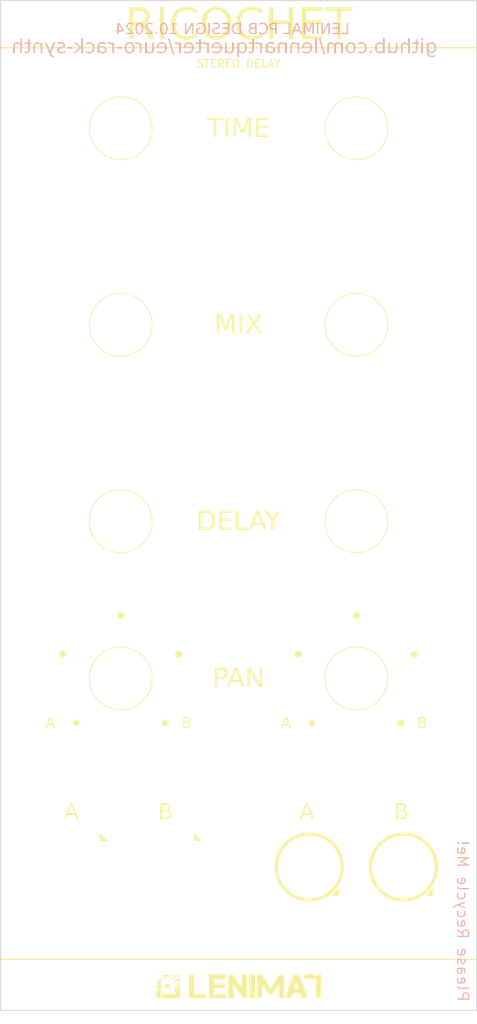
<source format=kicad_pcb>
(kicad_pcb (version 20240108) (generator "pcbnew") (generator_version "8.0")
  (layers (0 "F.Cu" signal) (31 "B.Cu" signal) (34 "B.Paste" user) (35 "F.Paste" user) (36 "B.SilkS" user "B.Silkscreen") (37 "F.SilkS" user "F.Silkscreen") (38 "B.Mask" user) (39 "F.Mask" user) (44 "Edge.Cuts" user))
  (net 0 "")
  (footprint "synth-gfx:jack-output" (layer "F.Cu") (at 101.3 160.25)
    (property "Reference" "REF**" (hide yes))
    (property "Value" "jack-output")
    (fp_circle (center 0 0) (end 4.2 0) (stroke (width 0.4)) (fill none) (layer "F.SilkS"))
    (fp_poly (pts (xy 3.740001 3.600001) (xy 3 3.6) (xy 3.74 2.81)) (stroke (width 0.15)) (fill solid) (layer "F.SilkS"))
    (pad "" np_thru_hole circle (at 0 0) (size 6.2 6.2) (drill 6.2) (layers "*.Cu" "*.Mask"))
  )
  (footprint "synth-gfx:7.2mm_pot-sm" (layer "F.Cu") (at 95.3 116.25)
    (property "Reference" "REF**" (hide yes))
    (property "Value" "7.2mm_pot-sm")
    (fp_circle (center 0 0) (end 4 0) (stroke (width 0.1)) (fill none) (layer "F.SilkS"))
    (pad "" np_thru_hole circle (at 0 0) (size 7.2 7.2) (drill 7.2) (layers "*.Cu" "*.Mask"))
  )
  (footprint "synth-gfx:mount" (layer "F.Cu") (at 103.2 53)
    (property "Reference" "REF**" (hide yes))
    (property "Value" "mount")
    (pad "" np_thru_hole oval (at 0 0) (size 7 3.2) (drill oval 7 3.2) (layers "*.Cu" "*.Mask"))
  )
  (footprint "synth-gfx:7.2mm_pot-sm" (layer "F.Cu") (at 95.3 66.25)
    (property "Reference" "REF**" (hide yes))
    (property "Value" "7.2mm_pot-sm")
    (fp_circle (center 0 0) (end 4 0) (stroke (width 0.1)) (fill none) (layer "F.SilkS"))
    (pad "" np_thru_hole circle (at 0 0) (size 7.2 7.2) (drill 7.2) (layers "*.Cu" "*.Mask"))
  )
  (footprint "synth-gfx:7.2mm_pot-sm" (layer "F.Cu") (at 95.3 91.25)
    (property "Reference" "REF**" (hide yes))
    (property "Value" "7.2mm_pot-sm")
    (fp_circle (center 0 0) (end 4 0) (stroke (width 0.1)) (fill none) (layer "F.SilkS"))
    (pad "" np_thru_hole circle (at 0 0) (size 7.2 7.2) (drill 7.2) (layers "*.Cu" "*.Mask"))
  )
  (footprint "synth-gfx:mount" (layer "F.Cu") (at 103.2 175.5)
    (property "Reference" "REF**" (hide yes))
    (property "Value" "mount")
    (pad "" np_thru_hole oval (at 0 0) (size 7 3.2) (drill oval 7 3.2) (layers "*.Cu" "*.Mask"))
  )
  (footprint "synth-gfx:7.2mm_pot-sm" (layer "F.Cu") (at 65.3 91.25)
    (property "Reference" "REF**" (hide yes))
    (property "Value" "7.2mm_pot-sm")
    (fp_circle (center 0 0) (end 4 0) (stroke (width 0.1)) (fill none) (layer "F.SilkS"))
    (pad "" np_thru_hole circle (at 0 0) (size 7.2 7.2) (drill 7.2) (layers "*.Cu" "*.Mask"))
  )
  (footprint "Synth:lenimal_logo_full" (layer "F.Cu") (at 80.4 175.4)
    (property "Reference" "G***" (hide yes))
    (property "Value" "LOGO" (hide yes))
    (fp_poly (pts (xy -8.636 -1.397) (xy -8.678333 -1.354667) (xy -8.720666 -1.397) (xy -8.678333 -1.439334)) (fill solid) (layer "F.SilkS"))
    (fp_poly (pts (xy -8.748889 -1.157112) (xy -8.760511 -1.106777) (xy -8.805333 -1.100667) (xy -8.875023 -1.131645) (xy -8.861778 -1.157112) (xy -8.761298 -1.167245)) (fill solid) (layer "F.SilkS"))
    (fp_poly (pts (xy -10.517552 -1.143) (xy -10.396178 -1.010911) (xy -10.377737 -0.994834) (xy -10.377001 -0.942025) (xy -10.442222 -0.931334) (xy -10.561153 -1.000279) (xy -10.582037 -1.0795) (xy -10.554882 -1.166111)) (fill solid) (layer "F.SilkS"))
    (fp_poly (pts (xy -10.343661 -1.393616) (xy -10.329333 -1.354667) (xy -10.39791 -1.279553) (xy -10.456333 -1.27) (xy -10.569005 -1.315718) (xy -10.583333 -1.354667) (xy -10.514757 -1.429782) (xy -10.456333 -1.439334)) (fill solid) (layer "F.SilkS"))
    (fp_poly (pts (xy -9.942124 -1.370556) (xy -9.934222 -1.312334) (xy -9.944052 -1.197278) (xy -9.997768 -1.221102) (xy -10.018889 -1.241778) (xy -10.073349 -1.357396) (xy -10.028887 -1.435592) (xy -10.004778 -1.439334)) (fill solid) (layer "F.SilkS"))
    (fp_poly (pts (xy 1.629834 -1.507702) (xy 1.989667 -1.481667) (xy 2.012787 0.021166) (xy 2.035907 1.524) (xy 1.652954 1.524) (xy 1.27 1.524) (xy 1.27 -0.004869) (xy 1.27 -1.533737)) (fill solid) (layer "F.SilkS"))
    (fp_poly (pts (xy -8.146247 -1.366046) (xy -8.110535 -1.189362) (xy -8.10994 -1.185334) (xy -8.103884 -1.008262) (xy -8.140759 -0.931429) (xy -8.142663 -0.931334) (xy -8.191831 -1.004965) (xy -8.212662 -1.182353) (xy -8.212666 -1.185334) (xy -8.203167 -1.363836) (xy -8.180288 -1.43932) (xy -8.179943 -1.439334)) (fill solid) (layer "F.SilkS"))
    (fp_poly (pts (xy -8.387902 -1.3509) (xy -8.382 -1.191381) (xy -8.392754 -1.028806) (xy -8.456481 -0.956341) (xy -8.620375 -0.941747) (xy -8.741833 -0.945567) (xy -9.101666 -0.959799) (xy -8.767847 -0.993984) (xy -8.562786 -1.030253) (xy -8.525469 -1.080156) (xy -8.548745 -1.099067) (xy -8.614684 -1.175557) (xy -8.549899 -1.282743) (xy -8.522731 -1.310698) (xy -8.425439 -1.392982)) (fill solid) (layer "F.SilkS"))
    (fp_poly (pts (xy -8.927164 -0.245029) (xy -8.8308 -0.189638) (xy -8.80609 -0.045108) (xy -8.805333 0.042333) (xy -8.815586 0.232065) (xy -8.878891 0.316382) (xy -9.044067 0.338004) (xy -9.144 0.338666) (xy -9.360836 0.329695) (xy -9.457199 0.274303) (xy -9.481909 0.129774) (xy -9.482666 0.042333) (xy -9.472414 -0.147399) (xy -9.409109 -0.231717) (xy -9.243932 -0.253338) (xy -9.144 -0.254)) (fill solid) (layer "F.SilkS"))
    (fp_poly (pts (xy -6.074833 -1.507702) (xy -5.715 -1.481667) (xy -5.715 -0.197583) (xy -5.711634 0.316992) (xy -5.700685 0.678081) (xy -5.680873 0.901416) (xy -5.650919 1.002727) (xy -5.617193 1.005211) (xy -5.490456 0.969597) (xy -5.243405 0.948876) (xy -4.924686 0.946649) (xy -4.855193 0.948794) (xy -4.191 0.973666) (xy -4.164469 1.248833) (xy -4.137938 1.524) (xy -5.286302 1.524) (xy -6.434666 1.524) (xy -6.434666 -0.004869) (xy -6.434666 -1.533737)) (fill solid) (layer "F.SilkS"))
    (fp_poly (pts (xy -8.960444 -1.398574) (xy -8.93838 -1.326837) (xy -8.950224 -1.269659) (xy -9.035315 -1.132245) (xy -9.111541 -1.100667) (xy -9.217724 -1.05163) (xy -9.228666 -1.016) (xy -9.302239 -0.956553) (xy -9.479506 -0.93134) (xy -9.482666 -0.931334) (xy -9.661057 -0.952471) (xy -9.736649 -1.003394) (xy -9.736666 -1.00426) (xy -9.665107 -1.045297) (xy -9.503833 -1.039964) (xy -9.358485 -1.02877) (xy -9.366992 -1.069229) (xy -9.386413 -1.08379) (xy -9.459463 -1.160892) (xy -9.386413 -1.217925) (xy -9.371676 -1.242224) (xy -9.493933 -1.228422) (xy -9.503833 -1.226561) (xy -9.68811 -1.223035) (xy -9.736666 -1.292309) (xy -9.715925 -1.312334) (xy -9.652 -1.312334) (xy -9.609666 -1.27) (xy -9.567333 -1.312334) (xy -9.609666 -1.354667) (xy -9.652 -1.312334) (xy -9.715925 -1.312334) (xy -9.654264 -1.371865) (xy -9.408682 -1.415387) (xy -9.321349 -1.42058) (xy -9.075483 -1.424691)) (fill solid) (layer "F.SilkS"))
    (fp_poly (pts (xy -1.709423 -1.217942) (xy -1.735666 -0.913042) (xy -2.455333 -0.901021) (xy -3.175 -0.889) (xy -3.201531 -0.613834) (xy -3.228062 -0.338667) (xy -2.503031 -0.338667) (xy -1.778 -0.338667) (xy -1.778 -0.042334) (xy -1.778 0.254) (xy -2.497666 0.254) (xy -3.217333 0.254) (xy -3.217333 0.630003) (xy -3.195243 0.891982) (xy -3.137844 1.047992) (xy -3.058441 1.073582) (xy -3.00652 1.017381) (xy -2.902281 0.976971) (xy -2.673328 0.946745) (xy -2.36421 0.931987) (xy -2.281003 0.931333) (xy -1.608666 0.931333) (xy -1.608666 1.227763) (xy -1.608666 1.524193) (xy -2.753613 1.518486) (xy -3.89856 1.512779) (xy -3.890622 0.002338) (xy -3.890387 -0.042334) (xy -3.217333 -0.042334) (xy -3.175 0) (xy -3.132666 -0.042334) (xy -3.175 -0.084667) (xy -3.217333 -0.042334) (xy -3.890387 -0.042334) (xy -3.882684 -1.508103) (xy -2.782932 -1.515473) (xy -1.68318 -1.522842)) (fill solid) (layer "F.SilkS"))
    (fp_poly (pts (xy -0.841781 -1.491561) (xy -0.741077 -1.414927) (xy -0.621851 -1.260065) (xy -0.459461 -1.002627) (xy -0.291232 -0.722081) (xy -0.090142 -0.391665) (xy 0.084058 -0.117528) (xy 0.210816 0.068731) (xy 0.265803 0.134294) (xy 0.296306 0.075374) (xy 0.320533 -0.119428) (xy 0.335428 -0.416691) (xy 0.338667 -0.662356) (xy 0.338667 -1.504039) (xy 0.677334 -1.508713) (xy 1.016 -1.513387) (xy 1.016 0.005306) (xy 1.016 1.524) (xy 0.681224 1.524) (xy 0.532735 1.519361) (xy 0.418604 1.488614) (xy 0.31329 1.406517) (xy 0.191251 1.247824) (xy 0.026946 0.987291) (xy -0.134913 0.717368) (xy -0.334726 0.388532) (xy -0.50676 0.116506) (xy -0.630673 -0.067231) (xy -0.682646 -0.130284) (xy -0.706063 -0.069692) (xy -0.716582 0.126382) (xy -0.713378 0.424518) (xy -0.702513 0.676347) (xy -0.656005 1.524) (xy -1.05224 1.524) (xy -1.448474 1.524) (xy -1.422737 0.021166) (xy -1.397 -1.481667) (xy -1.086201 -1.507545) (xy -0.948608 -1.514318)) (fill solid) (layer "F.SilkS"))
    (fp_poly (pts (xy 10.424584 -0.211667) (xy 10.428248 0.250571) (xy 10.431362 0.658477) (xy 10.433686 0.979429) (xy 10.43498 1.180804) (xy 10.435167 1.227666) (xy 10.418472 1.414225) (xy 10.337452 1.500079) (xy 10.145701 1.523444) (xy 10.075334 1.524) (xy 9.736667 1.524) (xy 9.726845 0.1905) (xy 9.721395 -0.250275) (xy 9.712634 -0.612468) (xy 9.701524 -0.871309) (xy 9.689025 -1.002025) (xy 9.680437 -1.005909) (xy 9.628551 -0.934194) (xy 9.497897 -0.889348) (xy 9.255958 -0.864446) (xy 8.969095 -0.854414) (xy 8.630855 -0.850672) (xy 8.423297 -0.863381) (xy 8.307923 -0.901775) (xy 8.246238 -0.975092) (xy 8.221175 -1.033839) (xy 8.172346 -1.248512) (xy 8.228564 -1.393435) (xy 8.407074 -1.479783) (xy 8.725121 -1.518728) (xy 8.977646 -1.524) (xy 9.313318 -1.521058) (xy 9.514531 -1.505731) (xy 9.616138 -1.468271) (xy 9.652991 -1.398929) (xy 9.658684 -1.3335) (xy 9.676498 -1.221406) (xy 9.713713 -1.27) (xy 9.842494 -1.444882) (xy 10.075488 -1.517786) (xy 10.181167 -1.522704) (xy 10.414 -1.524)) (fill solid) (layer "F.SilkS"))
    (fp_poly (pts (xy -9.931296 -1.020801) (xy -9.920054 -0.800395) (xy -9.911605 -0.468241) (xy -9.906792 -0.053129) (xy -9.906 0.211666) (xy -9.906 1.524) (xy -10.244666 1.524) (xy -10.583333 1.524) (xy -10.583333 1.021705) (xy -10.575294 0.733461) (xy -10.542126 0.570612) (xy -10.470253 0.489614) (xy -10.409542 0.464251) (xy -10.291571 0.401684) (xy -10.322634 0.305353) (xy -10.342055 0.281004) (xy -10.433702 0.200846) (xy -10.494797 0.272533) (xy -10.509895 0.309291) (xy -10.541204 0.31756) (xy -10.562712 0.180682) (xy -10.570703 -0.077266) (xy -10.570698 -0.084667) (xy -10.564775 -0.34641) (xy -10.549929 -0.50795) (xy -10.529345 -0.535111) (xy -10.528846 -0.533923) (xy -10.428699 -0.471143) (xy -10.359097 -0.482206) (xy -10.282554 -0.542979) (xy -10.329849 -0.592986) (xy -10.3559 -0.682372) (xy -10.329006 -0.719667) (xy -10.16 -0.719667) (xy -10.114282 -0.606995) (xy -10.075333 -0.592667) (xy -10.000219 -0.661244) (xy -9.990666 -0.719667) (xy -10.036384 -0.832339) (xy -10.075333 -0.846667) (xy -10.150448 -0.778091) (xy -10.16 -0.719667) (xy -10.329006 -0.719667) (xy -10.241123 -0.84154) (xy -10.2061 -0.877537) (xy -10.051773 -1.022567) (xy -9.953615 -1.097745) (xy -9.944485 -1.100667)) (fill solid) (layer "F.SilkS"))
    (fp_poly (pts (xy 7.478267 -1.505093) (xy 7.638341 -1.457574) (xy 7.665454 -1.434285) (xy 7.711113 -1.327112) (xy 7.801335 -1.089159) (xy 7.925369 -0.749692) (xy 8.072467 -0.337978) (xy 8.17082 -0.058452) (xy 8.327757 0.388924) (xy 8.468488 0.787797) (xy 8.582035 1.107223) (xy 8.657416 1.316262) (xy 8.679761 1.375833) (xy 8.693928 1.463361) (xy 8.622745 1.507803) (xy 8.431548 1.523004) (xy 8.308813 1.524) (xy 8.053212 1.517165) (xy 7.915984 1.478021) (xy 7.846227 1.378607) (xy 7.807864 1.248833) (xy 7.753373 1.087051) (xy 7.664439 0.998356) (xy 7.491506 0.952146) (xy 7.288513 0.928141) (xy 7.047717 0.905246) (xy 6.901944 0.919176) (xy 6.809451 1.001793) (xy 6.728491 1.184957) (xy 6.646479 1.418166) (xy 6.542781 1.488009) (xy 6.326583 1.522649) (xy 6.267991 1.524) (xy 6.045028 1.509827) (xy 5.946094 1.452962) (xy 5.926667 1.356982) (xy 5.953973 1.210489) (xy 6.029309 0.935755) (xy 6.142803 0.563666) (xy 6.236146 0.274934) (xy 7.0429 0.274934) (xy 7.094773 0.329667) (xy 7.226627 0.338839) (xy 7.290392 0.338666) (xy 7.468273 0.322031) (xy 7.513795 0.255251) (xy 7.496129 0.1905) (xy 7.435666 -0.005564) (xy 7.391469 -0.192262) (xy 7.327663 -0.404677) (xy 7.256771 -0.448186) (xy 7.179818 -0.323023) (xy 7.121787 -0.13079) (xy 7.056681 0.134746) (xy 7.0429 0.274934) (xy 6.236146 0.274934) (xy 6.284584 0.125105) (xy 6.444781 -0.349042) (xy 6.61352 -0.827889) (xy 6.705439 -1.0795) (xy 6.804582 -1.332011) (xy 6.891859 -1.464406) (xy 7.013923 -1.515472) (xy 7.217426 -1.523995) (xy 7.240087 -1.524)) (fill solid) (layer "F.SilkS"))
    (fp_poly (pts (xy 2.610384 -1.507287) (xy 2.744267 -1.487763) (xy 2.85523 -1.438203) (xy 2.96654 -1.333196) (xy 3.101462 -1.147333) (xy 3.283263 -0.855204) (xy 3.424845 -0.617809) (xy 3.627987 -0.281248) (xy 3.801412 -0.005284) (xy 3.926599 0.181378) (xy 3.984819 0.250025) (xy 4.051311 0.185628) (xy 4.154541 0.021562) (xy 4.177669 -0.021167) (xy 4.292534 -0.227075) (xy 4.463118 -0.518942) (xy 4.655581 -0.839015) (xy 4.686153 -0.889) (xy 4.874858 -1.185912) (xy 5.014671 -1.365942) (xy 5.138987 -1.460208) (xy 5.281198 -1.499824) (xy 5.349668 -1.507261) (xy 5.553683 -1.50976) (xy 5.651485 -1.442096) (xy 5.703531 -1.263844) (xy 5.72276 -1.08409) (xy 5.73895 -0.773374) (xy 5.750752 -0.370062) (xy 5.756815 0.087483) (xy 5.757334 0.264583) (xy 5.757334 1.524) (xy 5.379399 1.524) (xy 5.001465 1.524) (xy 4.977233 0.6985) (xy 4.953 -0.127) (xy 4.542787 0.5715) (xy 4.322285 0.921614) (xy 4.140557 1.15923) (xy 4.012145 1.265918) (xy 3.991554 1.27) (xy 3.877543 1.197174) (xy 3.706694 0.992474) (xy 3.49569 0.676563) (xy 3.444624 0.592666) (xy 3.259725 0.297611) (xy 3.100211 0.067598) (xy 2.989337 -0.064981) (xy 2.958322 -0.084667) (xy 2.923279 -0.005519) (xy 2.900117 0.210353) (xy 2.89153 0.530588) (xy 2.893108 0.6985) (xy 2.908285 1.481666) (xy 2.554809 1.507701) (xy 2.201334 1.533736) (xy 2.20249 0.195368) (xy 2.204474 -0.387836) (xy 2.209119 -0.635) (xy 2.624667 -0.635) (xy 2.667 -0.592667) (xy 2.709334 -0.635) (xy 2.667 -0.677334) (xy 2.624667 -0.635) (xy 2.209119 -0.635) (xy 2.212648 -0.822813) (xy 2.232069 -1.130664) (xy 2.267791 -1.332493) (xy 2.324869 -1.449401) (xy 2.408359 -1.50249) (xy 2.523316 -1.512863)) (fill solid) (layer "F.SilkS"))
    (fp_poly (pts (xy -7.535333 0.042333) (xy -7.535333 1.524) (xy -8.678333 1.524) (xy -9.821333 1.524) (xy -9.821333 1.382888) (xy -8.353778 1.382888) (xy -8.342155 1.433223) (xy -8.297333 1.439333) (xy -8.227643 1.408355) (xy -8.240889 1.382888) (xy -8.341368 1.372755) (xy -8.353778 1.382888) (xy -9.821333 1.382888) (xy -9.821333 1.227666) (xy -9.821333 1.213555) (xy -8.353778 1.213555) (xy -8.342155 1.263889) (xy -8.297333 1.27) (xy -8.227643 1.239021) (xy -8.240889 1.213555) (xy -8.341368 1.203422) (xy -8.353778 1.213555) (xy -9.821333 1.213555) (xy -9.821333 0.931333) (xy -9.148997 0.931333) (xy -8.826987 0.941477) (xy -8.574184 0.968389) (xy -8.435139 1.006783) (xy -8.42348 1.017381) (xy -8.338337 1.084639) (xy -8.270529 0.993084) (xy -8.223411 0.752657) (xy -8.211104 0.550333) (xy -8.043333 0.550333) (xy -8.001 0.592666) (xy -7.958666 0.550333) (xy -8.001 0.508) (xy -8.043333 0.550333) (xy -8.211104 0.550333) (xy -8.200336 0.373299) (xy -8.19995 0.354836) (xy -8.192208 0.043665) (xy -8.182125 -0.110769) (xy -8.166347 -0.121061) (xy -8.14152 0.000195) (xy -8.128 0.084666) (xy -8.068766 0.465666) (xy -7.704666 0.465666) (xy -7.662333 0.508) (xy -7.62 0.465666) (xy -7.662333 0.423333) (xy -7.704666 0.465666) (xy -8.068766 0.465666) (xy -8.045466 0.105833) (xy -8.025846 -0.175942) (xy -8.00795 -0.334551) (xy -7.983556 -0.415871) (xy -7.944439 -0.465779) (xy -7.942697 -0.467525) (xy -7.91881 -0.425013) (xy -7.917403 -0.25469) (xy -7.932181 -0.062826) (xy -7.945292 0.202777) (xy -7.927886 0.391941) (xy -7.89997 0.449616) (xy -7.853966 0.414211) (xy -7.853293 0.250869) (xy -7.856077 0.228361) (xy -7.874697 0.051416) (xy -7.849549 0.022635) (xy -7.762134 0.122748) (xy -7.758783 0.127) (xy -7.661075 0.235858) (xy -7.626442 0.210912) (xy -7.622693 0.152373) (xy -7.686943 -0.007453) (xy -7.759406 -0.069602) (xy -7.849598 -0.138825) (xy -7.835263 -0.230025) (xy -7.759406 -0.346648) (xy -7.657991 -0.510566) (xy -7.62 -0.606279) (xy -7.68617 -0.65631) (xy -7.838908 -0.651571) (xy -8.009557 -0.604959) (xy -8.129459 -0.529371) (xy -8.143216 -0.508) (xy -8.18651 -0.471002) (xy -8.206233 -0.599572) (xy -8.206716 -0.61549) (xy -8.190712 -0.780967) (xy -8.099405 -0.823949) (xy -8.00098 -0.811593) (xy -7.798052 -0.83066) (xy -7.704647 -0.931371) (xy -7.625952 -1.157717) (xy -7.657619 -1.308663) (xy -7.768166 -1.353371) (xy -7.866769 -1.338966) (xy -7.810091 -1.277159) (xy -7.789333 -1.262258) (xy -7.710963 -1.197151) (xy -7.775542 -1.203076) (xy -7.784041 -1.205346) (xy -7.923359 -1.289431) (xy -7.91759 -1.386774) (xy -7.774232 -1.438864) (xy -7.754055 -1.439334) (xy -7.535333 -1.439334)) (fill solid) (layer "F.SilkS"))
  )
  (footprint "synth-gfx:7.2mm_pot-sm" (layer "F.Cu") (at 65.3 116.25)
    (property "Reference" "REF**" (hide yes))
    (property "Value" "7.2mm_pot-sm")
    (fp_circle (center 0 0) (end 4 0) (stroke (width 0.1)) (fill none) (layer "F.SilkS"))
    (pad "" np_thru_hole circle (at 0 0) (size 7.2 7.2) (drill 7.2) (layers "*.Cu" "*.Mask"))
  )
  (footprint "synth-gfx:7.2mm_pot-pan" (layer "F.Cu") (at 95.3 136.25)
    (property "Reference" "REF**" (hide yes))
    (property "Value" "7.2mm_pot-pan")
    (fp_circle (center -7.389937 -3.06412) (end -6.989937 -3.06412) (stroke (width 0.1)) (fill solid) (layer "F.SilkS"))
    (fp_circle (center -5.656854 5.656854) (end -5.256854 5.656854) (stroke (width 0.1)) (fill solid) (layer "F.SilkS"))
    (fp_circle (center 0 -8) (end 0.4 -8) (stroke (width 0.1)) (fill solid) (layer "F.SilkS"))
    (fp_circle (center 0 0) (end 4 0) (stroke (width 0.1)) (fill none) (layer "F.SilkS"))
    (fp_circle (center 5.656854 5.656854) (end 6.056854 5.656854) (stroke (width 0.1)) (fill solid) (layer "F.SilkS"))
    (fp_circle (center 7.392135 -3.058814) (end 7.792135 -3.058814) (stroke (width 0.1)) (fill solid) (layer "F.SilkS"))
    (pad "" np_thru_hole circle (at 0 0) (size 7.2 7.2) (drill 7.2) (layers "*.Cu" "*.Mask"))
  )
  (footprint "synth-gfx:mount" (layer "F.Cu") (at 57.5 175.5)
    (property "Reference" "REF**" (hide yes))
    (property "Value" "mount")
    (pad "" np_thru_hole oval (at 0 0) (size 7 3.2) (drill oval 7 3.2) (layers "*.Cu" "*.Mask"))
  )
  (footprint "synth-gfx:led_3mm" (layer "F.Cu") (at 72.3 76.2)
    (property "Reference" "REF**" (hide yes))
    (property "Value" "led_3mm")
    (pad "" np_thru_hole circle (at 0 0) (size 3.2 3.2) (drill 3.2) (layers "*.Cu" "*.Mask"))
  )
  (footprint "synth-gfx:7.2mm_pot-sm" (layer "F.Cu") (at 65.3 66.25)
    (property "Reference" "REF**" (hide yes))
    (property "Value" "7.2mm_pot-sm")
    (fp_circle (center 0 0) (end 4 0) (stroke (width 0.1)) (fill none) (layer "F.SilkS"))
    (pad "" np_thru_hole circle (at 0 0) (size 7.2 7.2) (drill 7.2) (layers "*.Cu" "*.Mask"))
  )
  (footprint "synth-gfx:7.2mm_pot-pan" (layer "F.Cu") (at 65.3 136.25)
    (property "Reference" "REF**" (hide yes))
    (property "Value" "7.2mm_pot-pan")
    (fp_circle (center -7.389937 -3.06412) (end -6.989937 -3.06412) (stroke (width 0.1)) (fill solid) (layer "F.SilkS"))
    (fp_circle (center -5.656854 5.656854) (end -5.256854 5.656854) (stroke (width 0.1)) (fill solid) (layer "F.SilkS"))
    (fp_circle (center 0 -8) (end 0.4 -8) (stroke (width 0.1)) (fill solid) (layer "F.SilkS"))
    (fp_circle (center 0 0) (end 4 0) (stroke (width 0.1)) (fill none) (layer "F.SilkS"))
    (fp_circle (center 5.656854 5.656854) (end 6.056854 5.656854) (stroke (width 0.1)) (fill solid) (layer "F.SilkS"))
    (fp_circle (center 7.392135 -3.058814) (end 7.792135 -3.058814) (stroke (width 0.1)) (fill solid) (layer "F.SilkS"))
    (pad "" np_thru_hole circle (at 0 0) (size 7.2 7.2) (drill 7.2) (layers "*.Cu" "*.Mask"))
  )
  (footprint "synth-gfx:jack-input" (layer "F.Cu") (at 71.3 160.25)
    (property "Reference" "REF**" (hide yes))
    (property "Value" "jack-input")
    (fp_poly (pts (xy 3.4 -3.4) (xy 3.400001 -4.140001) (xy 4.190001 -3.400001)) (stroke (width 0.15)) (fill solid) (layer "F.SilkS"))
    (pad "" np_thru_hole circle (at 0 0) (size 6.2 6.2) (drill 6.2) (layers "*.Cu" "*.Mask"))
  )
  (footprint "synth-gfx:led_3mm" (layer "F.Cu") (at 88.3 76.2)
    (property "Reference" "REF**" (hide yes))
    (property "Value" "led_3mm")
    (pad "" np_thru_hole circle (at 0 0) (size 3.2 3.2) (drill 3.2) (layers "*.Cu" "*.Mask"))
  )
  (footprint "synth-gfx:jack-input" (layer "F.Cu") (at 59.3 160.25)
    (property "Reference" "REF**" (hide yes))
    (property "Value" "jack-input")
    (fp_poly (pts (xy 3.4 -3.4) (xy 3.400001 -4.140001) (xy 4.190001 -3.400001)) (stroke (width 0.15)) (fill solid) (layer "F.SilkS"))
    (pad "" np_thru_hole circle (at 0 0) (size 6.2 6.2) (drill 6.2) (layers "*.Cu" "*.Mask"))
  )
  (footprint "synth-gfx:jack-output" (layer "F.Cu") (at 89.3 160.25)
    (property "Reference" "REF**" (hide yes))
    (property "Value" "jack-output")
    (fp_circle (center 0 0) (end 4.2 0) (stroke (width 0.4)) (fill none) (layer "F.SilkS"))
    (fp_poly (pts (xy 3.740001 3.600001) (xy 3 3.6) (xy 3.74 2.81)) (stroke (width 0.15)) (fill solid) (layer "F.SilkS"))
    (pad "" np_thru_hole circle (at 0 0) (size 6.2 6.2) (drill 6.2) (layers "*.Cu" "*.Mask"))
  )
  (footprint "synth-gfx:mount" (layer "F.Cu") (at 57.5 53)
    (property "Reference" "REF**" (hide yes))
    (property "Value" "mount")
    (pad "" np_thru_hole oval (at 0 0) (size 7 3.2) (drill oval 7 3.2) (layers "*.Cu" "*.Mask"))
  )
  (gr_line (start 50 172) (end 110.6 172) (stroke (width 0.15)) (layer "F.SilkS"))
  (gr_line (start 110.6 56) (end 50 56) (stroke (width 0.15)) (layer "F.SilkS"))
  (gr_rect (start 50 50) (end 110.6 178.5) (stroke (width 0.1)) (fill none) (layer "Edge.Cuts"))
  (gr_circle (center 95.3 136.25) (end 98.4 136.25) (stroke (width 0.1)) (fill none) (layer "Edge.Cuts"))
  (gr_text "LENIMAL PCB DESIGN 10.2024" (at 79.5 54.5 0) (layer "B.SilkS") (effects (font (size 1.4 1.4)) (justify bottom mirror)))
  (gr_text "Please Recycle Me!" (at 108 177.5 -90) (layer "B.SilkS") (effects (font (size 1.4 1.4)) (justify left bottom mirror)))
  (gr_text "github.com/lennartquerter/euro-rack-synth" (at 78.5 57 0) (layer "B.SilkS") (effects (font (size 1.8 1.8)) (justify bottom mirror)))
  (gr_text "A" (at 59 154.5 0) (layer "F.SilkS") (effects (font (size 2 2)) (justify bottom)))
  (gr_text "PAN" (at 80.3 137.75 0) (layer "F.SilkS") (effects (font (size 2.4 2.4)) (justify bottom)))
  (gr_text "MIX" (at 80.3 92.75 0) (layer "F.SilkS") (effects (font (size 2.4 2.4)) (justify bottom)))
  (gr_text "A" (at 57 142.8 0) (layer "F.SilkS") (effects (font (size 1.4 1.4)) (justify right bottom)))
  (gr_text "B" (at 103 142.8 0) (layer "F.SilkS") (effects (font (size 1.4 1.4)) (justify left bottom)))
  (gr_text "B" (at 73 142.8 0) (layer "F.SilkS") (effects (font (size 1.4 1.4)) (justify left bottom)))
  (gr_text "A" (at 89 154.5 0) (layer "F.SilkS") (effects (font (size 2 2)) (justify bottom)))
  (gr_text "DELAY" (at 80.3 117.75 0) (layer "F.SilkS") (effects (font (size 2.4 2.4)) (justify bottom)))
  (gr_text "B" (at 71 154.5 0) (layer "F.SilkS") (effects (font (size 2 2)) (justify bottom)))
  (gr_text "A" (at 87 142.8 0) (layer "F.SilkS") (effects (font (size 1.4 1.4)) (justify right bottom)))
  (gr_text "TIME" (at 80.3 67.75 0) (layer "F.SilkS") (effects (font (size 2.4 2.4)) (justify bottom)))
  (gr_text "RICOCHET" (at 80.3 55.6 0) (layer "F.SilkS") (effects (font (size 4 4)) (justify bottom)))
  (gr_text "STEREO DELAY" (at 80.3 58.6 0) (layer "F.SilkS") (effects (font (size 1 1)) (justify bottom)))
  (gr_text "B" (at 101 154.5 0) (layer "F.SilkS") (effects (font (size 2 2)) (justify bottom)))
)
</source>
